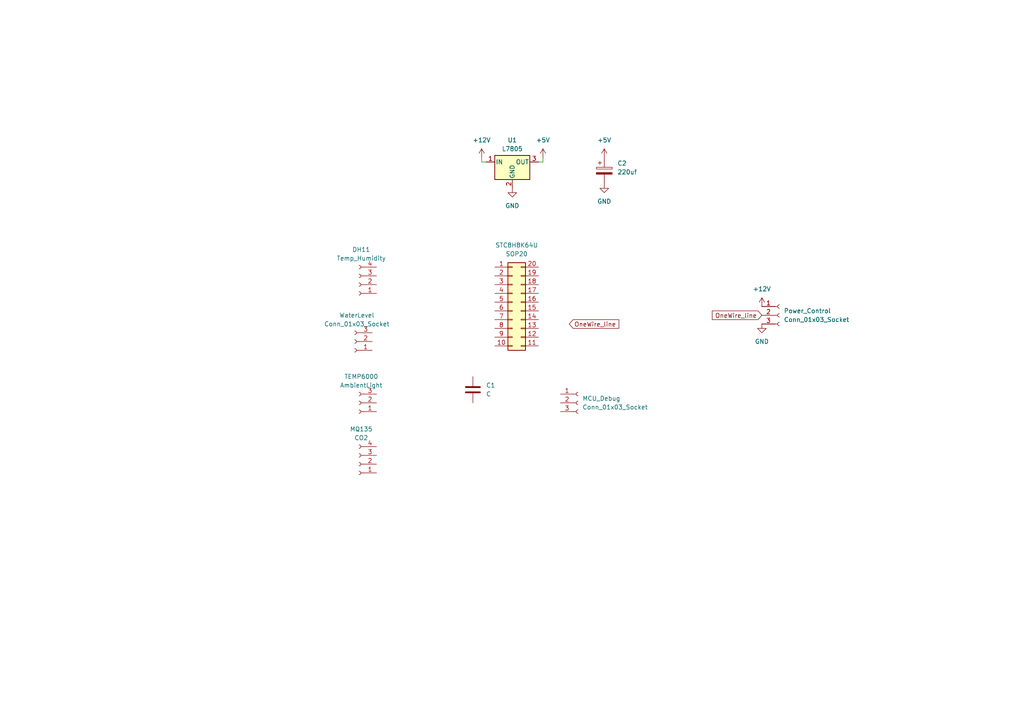
<source format=kicad_sch>
(kicad_sch (version 20230121) (generator eeschema)
  (paper "A4")
  (lib_symbols
    (symbol "Connector:Conn_01x03_Socket" (pin_names (offset 1.016) hide)
      (property "Reference" "J" (at 0 5.08 0))
      (property "Value" "Conn_01x03_Socket" (at 0 -5.08 0))
      (symbol "Conn_01x03_Socket_1_1"
        (arc (start 0 -2.032) (mid -0.5058 -2.54) (end 0 -3.048) (stroke (width 0.1524)))
        (polyline (pts (xy -1.27 -2.54) (xy -0.508 -2.54)) (stroke (width 0.1524)))
        (polyline (pts (xy -1.27 0) (xy -0.508 0)) (stroke (width 0.1524)))
        (polyline (pts (xy -1.27 2.54) (xy -0.508 2.54)) (stroke (width 0.1524)))
        (arc (start 0 0.508) (mid -0.5058 0) (end 0 -0.508) (stroke (width 0.1524)))
        (arc (start 0 3.048) (mid -0.5058 2.54) (end 0 2.032) (stroke (width 0.1524)))
        (pin passive line (at -5.08 2.54 0) (length 3.81) (name "Pin_1") (number "1"))
        (pin passive line (at -5.08 0 0) (length 3.81) (name "Pin_2") (number "2"))
        (pin passive line (at -5.08 -2.54 0) (length 3.81) (name "Pin_3") (number "3"))
      )
    )
    (symbol "Connector:Conn_01x04_Socket" (pin_names (offset 1.016) hide)
      (property "Reference" "J" (at 0 5.08 0))
      (property "Value" "Conn_01x04_Socket" (at 0 -7.62 0))
      (symbol "Conn_01x04_Socket_1_1"
        (arc (start 0 -4.572) (mid -0.5058 -5.08) (end 0 -5.588) (stroke (width 0.1524)))
        (arc (start 0 -2.032) (mid -0.5058 -2.54) (end 0 -3.048) (stroke (width 0.1524)))
        (polyline (pts (xy -1.27 -5.08) (xy -0.508 -5.08)) (stroke (width 0.1524)))
        (polyline (pts (xy -1.27 -2.54) (xy -0.508 -2.54)) (stroke (width 0.1524)))
        (polyline (pts (xy -1.27 0) (xy -0.508 0)) (stroke (width 0.1524)))
        (polyline (pts (xy -1.27 2.54) (xy -0.508 2.54)) (stroke (width 0.1524)))
        (arc (start 0 0.508) (mid -0.5058 0) (end 0 -0.508) (stroke (width 0.1524)))
        (arc (start 0 3.048) (mid -0.5058 2.54) (end 0 2.032) (stroke (width 0.1524)))
        (pin passive line (at -5.08 2.54 0) (length 3.81) (name "Pin_1") (number "1"))
        (pin passive line (at -5.08 0 0) (length 3.81) (name "Pin_2") (number "2"))
        (pin passive line (at -5.08 -2.54 0) (length 3.81) (name "Pin_3") (number "3"))
        (pin passive line (at -5.08 -5.08 0) (length 3.81) (name "Pin_4") (number "4"))
      )
    )
    (symbol "Connector_Generic:Conn_02x10_Counter_Clockwise" (pin_names (offset 1.016) hide)
      (property "Reference" "J" (at 1.27 12.7 0))
      (property "Value" "Conn_02x10_Counter_Clockwise" (at 1.27 -15.24 0))
      (symbol "Conn_02x10_Counter_Clockwise_1_1"
        (rectangle (start -1.27 -12.573) (end 0 -12.827) (stroke (width 0.1524)))
        (rectangle (start -1.27 -10.033) (end 0 -10.287) (stroke (width 0.1524)))
        (rectangle (start -1.27 -7.493) (end 0 -7.747) (stroke (width 0.1524)))
        (rectangle (start -1.27 -4.953) (end 0 -5.207) (stroke (width 0.1524)))
        (rectangle (start -1.27 -2.413) (end 0 -2.667) (stroke (width 0.1524)))
        (rectangle (start -1.27 0.127) (end 0 -0.127) (stroke (width 0.1524)))
        (rectangle (start -1.27 2.667) (end 0 2.413) (stroke (width 0.1524)))
        (rectangle (start -1.27 5.207) (end 0 4.953) (stroke (width 0.1524)))
        (rectangle (start -1.27 7.747) (end 0 7.493) (stroke (width 0.1524)))
        (rectangle (start -1.27 10.287) (end 0 10.033) (stroke (width 0.1524)))
        (rectangle (start -1.27 11.43) (end 3.81 -13.97) (stroke (width 0.254)) (fill (type background)))
        (rectangle (start 3.81 -12.573) (end 2.54 -12.827) (stroke (width 0.1524)))
        (rectangle (start 3.81 -10.033) (end 2.54 -10.287) (stroke (width 0.1524)))
        (rectangle (start 3.81 -7.493) (end 2.54 -7.747) (stroke (width 0.1524)))
        (rectangle (start 3.81 -4.953) (end 2.54 -5.207) (stroke (width 0.1524)))
        (rectangle (start 3.81 -2.413) (end 2.54 -2.667) (stroke (width 0.1524)))
        (rectangle (start 3.81 0.127) (end 2.54 -0.127) (stroke (width 0.1524)))
        (rectangle (start 3.81 2.667) (end 2.54 2.413) (stroke (width 0.1524)))
        (rectangle (start 3.81 5.207) (end 2.54 4.953) (stroke (width 0.1524)))
        (rectangle (start 3.81 7.747) (end 2.54 7.493) (stroke (width 0.1524)))
        (rectangle (start 3.81 10.287) (end 2.54 10.033) (stroke (width 0.1524)))
        (pin passive line (at -5.08 10.16 0) (length 3.81) (name "Pin_1") (number "1"))
        (pin passive line (at -5.08 -12.7 0) (length 3.81) (name "Pin_10") (number "10"))
        (pin passive line (at 7.62 -12.7 180) (length 3.81) (name "Pin_11") (number "11"))
        (pin passive line (at 7.62 -10.16 180) (length 3.81) (name "Pin_12") (number "12"))
        (pin passive line (at 7.62 -7.62 180) (length 3.81) (name "Pin_13") (number "13"))
        (pin passive line (at 7.62 -5.08 180) (length 3.81) (name "Pin_14") (number "14"))
        (pin passive line (at 7.62 -2.54 180) (length 3.81) (name "Pin_15") (number "15"))
        (pin passive line (at 7.62 0 180) (length 3.81) (name "Pin_16") (number "16"))
        (pin passive line (at 7.62 2.54 180) (length 3.81) (name "Pin_17") (number "17"))
        (pin passive line (at 7.62 5.08 180) (length 3.81) (name "Pin_18") (number "18"))
        (pin passive line (at 7.62 7.62 180) (length 3.81) (name "Pin_19") (number "19"))
        (pin passive line (at -5.08 7.62 0) (length 3.81) (name "Pin_2") (number "2"))
        (pin passive line (at 7.62 10.16 180) (length 3.81) (name "Pin_20") (number "20"))
        (pin passive line (at -5.08 5.08 0) (length 3.81) (name "Pin_3") (number "3"))
        (pin passive line (at -5.08 2.54 0) (length 3.81) (name "Pin_4") (number "4"))
        (pin passive line (at -5.08 0 0) (length 3.81) (name "Pin_5") (number "5"))
        (pin passive line (at -5.08 -2.54 0) (length 3.81) (name "Pin_6") (number "6"))
        (pin passive line (at -5.08 -5.08 0) (length 3.81) (name "Pin_7") (number "7"))
        (pin passive line (at -5.08 -7.62 0) (length 3.81) (name "Pin_8") (number "8"))
        (pin passive line (at -5.08 -10.16 0) (length 3.81) (name "Pin_9") (number "9"))
      )
    )
    (symbol "Device:C" (pin_numbers hide) (pin_names (offset 0.254))
      (property "Reference" "C" (at 0.635 2.54 0))
      (property "Value" "C" (at 0.635 -2.54 0))
      (symbol "C_0_1"
        (polyline (pts (xy -2.032 -0.762) (xy 2.032 -0.762)) (stroke (width 0.508)))
        (polyline (pts (xy -2.032 0.762) (xy 2.032 0.762)) (stroke (width 0.508)))
      )
      (symbol "C_1_1"
        (pin passive line (at 0 3.81 270) (length 2.794) (name "~") (number "1"))
        (pin passive line (at 0 -3.81 90) (length 2.794) (name "~") (number "2"))
      )
    )
    (symbol "Device:C_Polarized" (pin_numbers hide) (pin_names (offset 0.254))
      (property "Reference" "C" (at 0.635 2.54 0))
      (property "Value" "C_Polarized" (at 0.635 -2.54 0))
      (symbol "C_Polarized_0_1"
        (rectangle (start -2.286 0.508) (end 2.286 1.016))
        (polyline (pts (xy -1.778 2.286) (xy -0.762 2.286)))
        (polyline (pts (xy -1.27 2.794) (xy -1.27 1.778)))
        (rectangle (start 2.286 -0.508) (end -2.286 -1.016) (fill (type outline)))
      )
      (symbol "C_Polarized_1_1"
        (pin passive line (at 0 3.81 270) (length 2.794) (name "~") (number "1"))
        (pin passive line (at 0 -3.81 90) (length 2.794) (name "~") (number "2"))
      )
    )
    (symbol "Regulator_Linear:L7805" (pin_names (offset 0.254))
      (property "Reference" "U" (at -3.81 3.175 0))
      (property "Value" "L7805" (at 0 3.175 0))
      (symbol "L7805_0_1"
        (rectangle (start -5.08 1.905) (end 5.08 -5.08) (stroke (width 0.254)) (fill (type background)))
      )
      (symbol "L7805_1_1"
        (pin power_in line (at -7.62 0 0) (length 2.54) (name "IN") (number "1"))
        (pin power_in line (at 0 -7.62 90) (length 2.54) (name "GND") (number "2"))
        (pin power_out line (at 7.62 0 180) (length 2.54) (name "OUT") (number "3"))
      )
    )
    (symbol "power:+12V" (power) (pin_names (offset 0))
      (property "Value" "+12V" (at 0 3.556 0))
      (symbol "+12V_0_1"
        (polyline (pts (xy -0.762 1.27) (xy 0 2.54)))
        (polyline (pts (xy 0 0) (xy 0 2.54)))
        (polyline (pts (xy 0 2.54) (xy 0.762 1.27)))
      )
      (symbol "+12V_1_1"
        (pin power_in line (at 0 0 90) (length 0) hide (name "+12V") (number "1"))
      )
    )
    (symbol "power:+5V" (power) (pin_names (offset 0))
      (property "Value" "+5V" (at 0 3.556 0))
      (symbol "+5V_0_1"
        (polyline (pts (xy -0.762 1.27) (xy 0 2.54)))
        (polyline (pts (xy 0 0) (xy 0 2.54)))
        (polyline (pts (xy 0 2.54) (xy 0.762 1.27)))
      )
      (symbol "+5V_1_1"
        (pin power_in line (at 0 0 90) (length 0) hide (name "+5V") (number "1"))
      )
    )
    (symbol "power:GND" (power) (pin_names (offset 0))
      (property "Value" "GND" (at 0 -3.81 0))
      (symbol "GND_0_1"
        (polyline (pts (xy 0 0) (xy 0 -1.27) (xy 1.27 -1.27) (xy 0 -2.54) (xy -1.27 -1.27) (xy 0 -1.27)))
      )
      (symbol "GND_1_1"
        (pin power_in line (at 0 0 270) (length 0) hide (name "GND") (number "1"))
      )
    )
  )
  (wire (pts (xy 139.7 46.99) (xy 139.7 45.72)))
  (wire (pts (xy 157.48 45.72) (xy 157.48 46.99)))
  (wire (pts (xy 157.48 46.99) (xy 156.21 46.99)))
  (wire (pts (xy 140.97 46.99) (xy 139.7 46.99)))
  (global_label "OneWire_line" (shape input) (at 165.1 93.98 0) (property "Intersheetrefs" "${INTERSHEET_REFS}" (effects hide)))
  (global_label "OneWire_line" (shape input) (at 220.98 91.44 180) (property "Intersheetrefs" "${INTERSHEET_REFS}" (effects hide)))
  (symbol (lib_id "power:+12V") (at 220.98 88.9 0) (unit 1)
    (property "Reference" "#PWR04" (effects hide))
    (property "Value" "+12V" (at 220.98 83.82 0))
  )
  (symbol (lib_id "Connector:Conn_01x03_Socket") (at 226.06 91.44 0) (unit 1)
    (property "Reference" "Power_Control" (at 227.33 90.17 0) (effects (justify left)))
    (property "Value" "Conn_01x03_Socket" (at 227.33 92.71 0) (effects (justify left)))
    (property "Footprint" "Connector_JST:JST_EH_B3B-EH-A_1x03_P2.50mm_Vertical" (effects hide))
  )
  (symbol (lib_id "power:+12V") (at 139.7 45.72 0) (unit 1)
    (property "Reference" "#PWR01" (effects hide))
    (property "Value" "+12V" (at 139.7 40.64 0))
  )
  (symbol (lib_id "Connector_Generic:Conn_02x10_Counter_Clockwise") (at 148.59 87.63 0) (unit 1)
    (property "Reference" "STC8H8K64U" (at 149.86 71.12 0))
    (property "Value" "SOP20" (at 149.86 73.66 0))
    (property "Footprint" "Package_DIP:DIP-20_W7.62mm_LongPads" (effects hide))
  )
  (symbol (lib_id "power:GND") (at 220.98 93.98 0) (unit 1)
    (property "Reference" "#PWR05" (effects hide))
    (property "Value" "GND" (at 220.98 99.06 0))
  )
  (symbol (lib_id "Connector:Conn_01x03_Socket") (at 102.87 99.06 180) (unit 1)
    (property "Reference" "WaterLevel" (at 103.505 91.44 0))
    (property "Value" "Conn_01x03_Socket" (at 103.505 93.98 0))
    (property "Footprint" "Connector_JST:JST_EH_B3B-EH-A_1x03_P2.50mm_Vertical" (effects hide))
  )
  (symbol (lib_id "Connector:Conn_01x03_Socket") (at 104.14 116.84 180) (unit 1)
    (property "Reference" "TEMP6000" (at 104.775 109.22 0))
    (property "Value" "AmbientLight" (at 104.775 111.76 0))
    (property "Footprint" "Connector_JST:JST_EH_B3B-EH-A_1x03_P2.50mm_Vertical" (effects hide))
  )
  (symbol (lib_id "Regulator_Linear:L7805") (at 148.59 46.99 0) (unit 1)
    (property "Reference" "U1" (at 148.59 40.64 0))
    (property "Value" "L7805" (at 148.59 43.18 0))
    (property "Datasheet" "http://www.st.com/content/ccc/resource/technical/document/datasheet/41/4f/b3/b0/12/d4/47/88/CD00000444.pdf/files/CD00000444.pdf/jcr:content/translations/en.CD00000444.pdf" (effects hide))
  )
  (symbol (lib_id "Connector:Conn_01x04_Socket") (at 104.14 82.55 180) (unit 1)
    (property "Reference" "DH11" (at 104.775 72.39 0))
    (property "Value" "Temp_Humidity" (at 104.775 74.93 0))
    (property "Footprint" "Connector_JST:JST_EH_B4B-EH-A_1x04_P2.50mm_Vertical" (effects hide))
  )
  (symbol (lib_id "power:+5V") (at 175.26 45.72 0) (unit 1)
    (property "Reference" "#PWR06" (effects hide))
    (property "Value" "+5V" (at 175.26 40.64 0))
  )
  (symbol (lib_id "power:GND") (at 175.26 53.34 0) (unit 1)
    (property "Reference" "#PWR07" (effects hide))
    (property "Value" "GND" (at 175.26 58.42 0))
  )
  (symbol (lib_id "power:GND") (at 148.59 54.61 0) (unit 1)
    (property "Reference" "#PWR03" (effects hide))
    (property "Value" "GND" (at 148.59 59.69 0))
  )
  (symbol (lib_id "power:+5V") (at 157.48 45.72 0) (unit 1)
    (property "Reference" "#PWR02" (effects hide))
    (property "Value" "+5V" (at 157.48 40.64 0))
  )
  (symbol (lib_id "Device:C") (at 137.16 113.03 0) (unit 1)
    (property "Reference" "C1" (at 140.97 111.76 0) (effects (justify left)))
    (property "Value" "C" (at 140.97 114.3 0) (effects (justify left)))
  )
  (symbol (lib_id "Connector:Conn_01x04_Socket") (at 104.14 134.62 180) (unit 1)
    (property "Reference" "MQ135" (at 104.775 124.46 0))
    (property "Value" "CO2" (at 104.775 127 0))
    (property "Footprint" "Connector_JST:JST_EH_B4B-EH-A_1x04_P2.50mm_Vertical" (effects hide))
  )
  (symbol (lib_id "Device:C_Polarized") (at 175.26 49.53 0) (unit 1)
    (property "Reference" "C2" (at 179.07 47.371 0) (effects (justify left)))
    (property "Value" "220uf" (at 179.07 49.911 0) (effects (justify left)))
  )
  (symbol (lib_id "Connector:Conn_01x03_Socket") (at 167.64 116.84 0) (unit 1)
    (property "Reference" "MCU_Debug" (at 168.91 115.57 0) (effects (justify left)))
    (property "Value" "Conn_01x03_Socket" (at 168.91 118.11 0) (effects (justify left)))
    (property "Footprint" "Connector_JST:JST_EH_B3B-EH-A_1x03_P2.50mm_Vertical" (effects hide))
  )
)
</source>
